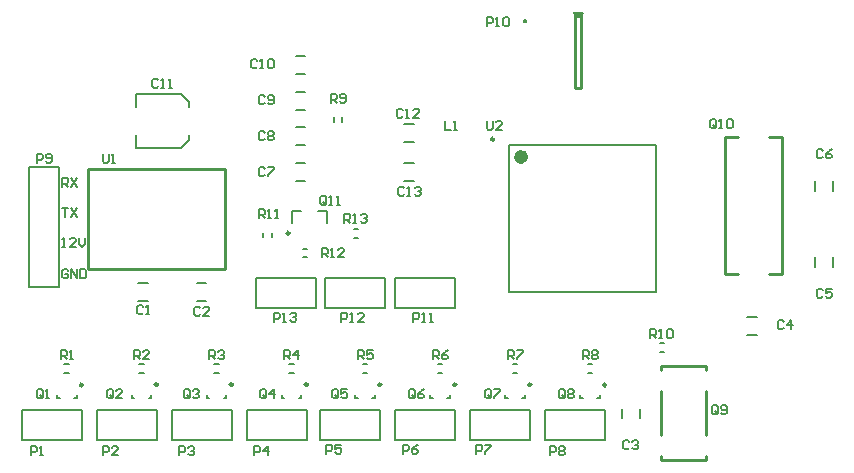
<source format=gto>
G04 Layer_Color=65535*
%FSLAX23Y23*%
%MOIN*%
G70*
G01*
G75*
%ADD25C,0.010*%
%ADD32C,0.010*%
%ADD33C,0.024*%
%ADD34C,0.008*%
%ADD35C,0.006*%
D25*
X2878Y2535D02*
G03*
X2902Y2535I13J0D01*
G01*
X1713Y1681D02*
Y2016D01*
X1257Y1681D02*
X1713D01*
X1257Y2016D02*
X1713D01*
X1257Y1681D02*
Y2016D01*
X3570Y1666D02*
Y2120D01*
X3380Y1666D02*
Y2120D01*
X3424D01*
X3526D02*
X3570D01*
X3526Y1666D02*
X3570D01*
X3380D02*
X3424D01*
X3167Y1044D02*
X3317D01*
X3167Y1359D02*
X3317D01*
X3167Y1044D02*
Y1058D01*
Y1129D02*
Y1275D01*
Y1345D02*
Y1359D01*
X3317Y1129D02*
Y1275D01*
Y1044D02*
Y1058D01*
Y1345D02*
Y1359D01*
X2878Y2535D02*
X2900D01*
X2880D02*
X2902D01*
X2880Y2285D02*
Y2535D01*
Y2285D02*
X2900D01*
Y2535D01*
D32*
X1929Y1801D02*
G03*
X1929Y1801I-5J0D01*
G01*
X2610Y2114D02*
G03*
X2610Y2114I-5J0D01*
G01*
X2984Y1295D02*
G03*
X2984Y1295I-5J0D01*
G01*
X2734Y1296D02*
G03*
X2734Y1296I-5J0D01*
G01*
X2484D02*
G03*
X2484Y1296I-5J0D01*
G01*
X2234Y1296D02*
G03*
X2234Y1296I-5J0D01*
G01*
X1989D02*
G03*
X1989Y1296I-5J0D01*
G01*
X1739Y1296D02*
G03*
X1739Y1296I-5J0D01*
G01*
X1489Y1296D02*
G03*
X1489Y1296I-5J0D01*
G01*
X1239Y1295D02*
G03*
X1239Y1295I-5J0D01*
G01*
D33*
X2712Y2055D02*
G03*
X2712Y2055I-12J0D01*
G01*
D34*
X1841Y1787D02*
Y1803D01*
X1869Y1787D02*
Y1803D01*
X2280Y1550D02*
Y1650D01*
X2480D01*
Y1550D02*
Y1650D01*
X2280Y1550D02*
X2480D01*
X2045D02*
Y1650D01*
X2245D01*
Y1550D02*
Y1650D01*
X2045Y1550D02*
X2245D01*
X1815D02*
Y1650D01*
X2015D01*
Y1550D02*
Y1650D01*
X1815Y1550D02*
X2015D01*
X2142Y1786D02*
X2157D01*
X2142Y1814D02*
X2157D01*
X2023Y1875D02*
X2054D01*
Y1836D02*
Y1875D01*
X1936D02*
X1967D01*
X1936Y1836D02*
Y1875D01*
X1972Y1721D02*
X1987D01*
X1972Y1749D02*
X1987D01*
X2661Y1606D02*
X3149D01*
X2661Y2094D02*
X3149D01*
Y1606D02*
Y2094D01*
X2661Y1606D02*
Y2094D01*
X1060Y1620D02*
X1160D01*
X1060D02*
Y2020D01*
X1160Y1620D02*
Y2020D01*
X1060D02*
X1160D01*
X3162Y1434D02*
X3178D01*
X3162Y1406D02*
X3178D01*
X2076Y2173D02*
Y2188D01*
X2104Y2173D02*
Y2188D01*
X2897Y1250D02*
X2907D01*
X2897D02*
Y1262D01*
X2954Y1250D02*
X2964D01*
Y1262D01*
X2647Y1251D02*
X2656D01*
X2647D02*
Y1263D01*
X2704Y1251D02*
X2713D01*
Y1263D01*
X2397Y1251D02*
X2406D01*
X2397D02*
Y1263D01*
X2454Y1251D02*
X2463D01*
Y1263D01*
X2147Y1251D02*
X2156D01*
X2147D02*
Y1263D01*
X2204Y1251D02*
X2213D01*
Y1263D01*
X1902Y1251D02*
X1911D01*
X1902D02*
Y1263D01*
X1959Y1251D02*
X1968D01*
Y1263D01*
X1652Y1251D02*
X1661D01*
X1652D02*
Y1263D01*
X1709Y1251D02*
X1718D01*
Y1263D01*
X1402Y1251D02*
X1411D01*
X1402D02*
Y1263D01*
X1459Y1251D02*
X1468D01*
Y1263D01*
X1152Y1250D02*
X1162D01*
X1152D02*
Y1262D01*
X1209Y1250D02*
X1219D01*
Y1262D01*
X2780Y1110D02*
Y1210D01*
X2980D01*
Y1110D02*
Y1210D01*
X2780Y1110D02*
X2980D01*
X2530D02*
Y1210D01*
X2730D01*
Y1110D02*
Y1210D01*
X2530Y1110D02*
X2730D01*
X2280D02*
Y1210D01*
X2480D01*
Y1110D02*
Y1210D01*
X2280Y1110D02*
X2480D01*
X2030D02*
Y1210D01*
X2230D01*
Y1110D02*
Y1210D01*
X2030Y1110D02*
X2230D01*
X1785D02*
Y1210D01*
X1985D01*
Y1110D02*
Y1210D01*
X1785Y1110D02*
X1985D01*
X1535D02*
Y1210D01*
X1735D01*
Y1110D02*
Y1210D01*
X1535Y1110D02*
X1735D01*
X1285D02*
Y1210D01*
X1485D01*
Y1110D02*
Y1210D01*
X1285Y1110D02*
X1485D01*
X1035D02*
Y1210D01*
X1235D01*
Y1110D02*
Y1210D01*
X1035Y1110D02*
X1235D01*
X2311Y1975D02*
X2343D01*
X2311Y2035D02*
X2343D01*
X2311Y2105D02*
X2343D01*
X2311Y2165D02*
X2343D01*
X1594Y2113D02*
Y2128D01*
X1567Y2086D02*
X1594Y2113D01*
X1567Y2264D02*
X1594Y2237D01*
Y2222D02*
Y2237D01*
X1416Y2086D02*
X1567D01*
X1416D02*
Y2128D01*
Y2222D02*
Y2264D01*
X1567D01*
X1949Y2390D02*
X1981D01*
X1949Y2330D02*
X1981D01*
X1949Y2270D02*
X1981D01*
X1949Y2210D02*
X1981D01*
X1949Y2155D02*
X1981D01*
X1949Y2095D02*
X1981D01*
X1949Y2035D02*
X1981D01*
X1949Y1975D02*
X1981D01*
X3740Y1942D02*
Y1974D01*
X3680Y1942D02*
Y1974D01*
X3680Y1689D02*
Y1721D01*
X3740Y1689D02*
Y1721D01*
X3454Y1460D02*
X3486D01*
X3454Y1520D02*
X3486D01*
X3095Y1184D02*
Y1216D01*
X3035Y1184D02*
Y1216D01*
X1619Y1575D02*
X1651D01*
X1619Y1635D02*
X1651D01*
X1424Y1635D02*
X1456D01*
X1424Y1575D02*
X1456D01*
X1178Y1364D02*
X1193D01*
X1178Y1336D02*
X1193D01*
X1428Y1364D02*
X1443D01*
X1428Y1336D02*
X1443D01*
X1677Y1364D02*
X1693D01*
X1677Y1336D02*
X1693D01*
X1928Y1364D02*
X1943D01*
X1928Y1336D02*
X1943D01*
X2172Y1364D02*
X2188D01*
X2172Y1336D02*
X2188D01*
X2422Y1364D02*
X2438D01*
X2422Y1336D02*
X2438D01*
X2672Y1364D02*
X2688D01*
X2672Y1336D02*
X2688D01*
X2922Y1364D02*
X2938D01*
X2922Y1336D02*
X2938D01*
D35*
X1305Y2065D02*
Y2040D01*
X1310Y2035D01*
X1320D01*
X1325Y2040D01*
Y2065D01*
X1335Y2035D02*
X1345D01*
X1340D01*
Y2065D01*
X1335Y2060D01*
X1825Y1850D02*
Y1880D01*
X1840D01*
X1845Y1875D01*
Y1865D01*
X1840Y1860D01*
X1825D01*
X1835D02*
X1845Y1850D01*
X1855D02*
X1865D01*
X1860D01*
Y1880D01*
X1855Y1875D01*
X1880Y1850D02*
X1890D01*
X1885D01*
Y1880D01*
X1880Y1875D01*
X2340Y1505D02*
Y1535D01*
X2355D01*
X2360Y1530D01*
Y1520D01*
X2355Y1515D01*
X2340D01*
X2370Y1505D02*
X2380D01*
X2375D01*
Y1535D01*
X2370Y1530D01*
X2395Y1505D02*
X2405D01*
X2400D01*
Y1535D01*
X2395Y1530D01*
X2100Y1505D02*
Y1535D01*
X2115D01*
X2120Y1530D01*
Y1520D01*
X2115Y1515D01*
X2100D01*
X2130Y1505D02*
X2140D01*
X2135D01*
Y1535D01*
X2130Y1530D01*
X2175Y1505D02*
X2155D01*
X2175Y1525D01*
Y1530D01*
X2170Y1535D01*
X2160D01*
X2155Y1530D01*
X1875Y1505D02*
Y1535D01*
X1890D01*
X1895Y1530D01*
Y1520D01*
X1890Y1515D01*
X1875D01*
X1905Y1505D02*
X1915D01*
X1910D01*
Y1535D01*
X1905Y1530D01*
X1930D02*
X1935Y1535D01*
X1945D01*
X1950Y1530D01*
Y1525D01*
X1945Y1520D01*
X1940D01*
X1945D01*
X1950Y1515D01*
Y1510D01*
X1945Y1505D01*
X1935D01*
X1930Y1510D01*
X2110Y1835D02*
Y1865D01*
X2125D01*
X2130Y1860D01*
Y1850D01*
X2125Y1845D01*
X2110D01*
X2120D02*
X2130Y1835D01*
X2140D02*
X2150D01*
X2145D01*
Y1865D01*
X2140Y1860D01*
X2165D02*
X2170Y1865D01*
X2180D01*
X2185Y1860D01*
Y1855D01*
X2180Y1850D01*
X2175D01*
X2180D01*
X2185Y1845D01*
Y1840D01*
X2180Y1835D01*
X2170D01*
X2165Y1840D01*
X2035Y1720D02*
Y1750D01*
X2050D01*
X2055Y1745D01*
Y1735D01*
X2050Y1730D01*
X2035D01*
X2045D02*
X2055Y1720D01*
X2065D02*
X2075D01*
X2070D01*
Y1750D01*
X2065Y1745D01*
X2110Y1720D02*
X2090D01*
X2110Y1740D01*
Y1745D01*
X2105Y1750D01*
X2095D01*
X2090Y1745D01*
X2050Y1900D02*
Y1920D01*
X2045Y1925D01*
X2035D01*
X2030Y1920D01*
Y1900D01*
X2035Y1895D01*
X2045D01*
X2040Y1905D02*
X2050Y1895D01*
X2045D02*
X2050Y1900D01*
X2060Y1895D02*
X2070D01*
X2065D01*
Y1925D01*
X2060Y1920D01*
X2085Y1895D02*
X2095D01*
X2090D01*
Y1925D01*
X2085Y1920D01*
X2585Y2175D02*
Y2150D01*
X2590Y2145D01*
X2600D01*
X2605Y2150D01*
Y2175D01*
X2635Y2145D02*
X2615D01*
X2635Y2165D01*
Y2170D01*
X2630Y2175D01*
X2620D01*
X2615Y2170D01*
X3130Y1450D02*
Y1480D01*
X3145D01*
X3150Y1475D01*
Y1465D01*
X3145Y1460D01*
X3130D01*
X3140D02*
X3150Y1450D01*
X3160D02*
X3170D01*
X3165D01*
Y1480D01*
X3160Y1475D01*
X3185D02*
X3190Y1480D01*
X3200D01*
X3205Y1475D01*
Y1455D01*
X3200Y1450D01*
X3190D01*
X3185Y1455D01*
Y1475D01*
X2065Y2235D02*
Y2265D01*
X2080D01*
X2085Y2260D01*
Y2250D01*
X2080Y2245D01*
X2065D01*
X2075D02*
X2085Y2235D01*
X2095Y2240D02*
X2100Y2235D01*
X2110D01*
X2115Y2240D01*
Y2260D01*
X2110Y2265D01*
X2100D01*
X2095Y2260D01*
Y2255D01*
X2100Y2250D01*
X2115D01*
X3350Y2155D02*
Y2175D01*
X3345Y2180D01*
X3335D01*
X3330Y2175D01*
Y2155D01*
X3335Y2150D01*
X3345D01*
X3340Y2160D02*
X3350Y2150D01*
X3345D02*
X3350Y2155D01*
X3360Y2150D02*
X3370D01*
X3365D01*
Y2180D01*
X3360Y2175D01*
X3385D02*
X3390Y2180D01*
X3400D01*
X3405Y2175D01*
Y2155D01*
X3400Y2150D01*
X3390D01*
X3385Y2155D01*
Y2175D01*
X3355Y1203D02*
Y1223D01*
X3350Y1228D01*
X3340D01*
X3335Y1223D01*
Y1203D01*
X3340Y1198D01*
X3350D01*
X3345Y1208D02*
X3355Y1198D01*
X3350D02*
X3355Y1203D01*
X3365D02*
X3370Y1198D01*
X3380D01*
X3385Y1203D01*
Y1223D01*
X3380Y1228D01*
X3370D01*
X3365Y1223D01*
Y1218D01*
X3370Y1213D01*
X3385D01*
X2845Y1255D02*
Y1275D01*
X2840Y1280D01*
X2830D01*
X2825Y1275D01*
Y1255D01*
X2830Y1250D01*
X2840D01*
X2835Y1260D02*
X2845Y1250D01*
X2840D02*
X2845Y1255D01*
X2855Y1275D02*
X2860Y1280D01*
X2870D01*
X2875Y1275D01*
Y1270D01*
X2870Y1265D01*
X2875Y1260D01*
Y1255D01*
X2870Y1250D01*
X2860D01*
X2855Y1255D01*
Y1260D01*
X2860Y1265D01*
X2855Y1270D01*
Y1275D01*
X2860Y1265D02*
X2870D01*
X2600Y1255D02*
Y1275D01*
X2595Y1280D01*
X2585D01*
X2580Y1275D01*
Y1255D01*
X2585Y1250D01*
X2595D01*
X2590Y1260D02*
X2600Y1250D01*
X2595D02*
X2600Y1255D01*
X2610Y1280D02*
X2630D01*
Y1275D01*
X2610Y1255D01*
Y1250D01*
X2345Y1255D02*
Y1275D01*
X2340Y1280D01*
X2330D01*
X2325Y1275D01*
Y1255D01*
X2330Y1250D01*
X2340D01*
X2335Y1260D02*
X2345Y1250D01*
X2340D02*
X2345Y1255D01*
X2375Y1280D02*
X2365Y1275D01*
X2355Y1265D01*
Y1255D01*
X2360Y1250D01*
X2370D01*
X2375Y1255D01*
Y1260D01*
X2370Y1265D01*
X2355D01*
X2090Y1255D02*
Y1275D01*
X2085Y1280D01*
X2075D01*
X2070Y1275D01*
Y1255D01*
X2075Y1250D01*
X2085D01*
X2080Y1260D02*
X2090Y1250D01*
X2085D02*
X2090Y1255D01*
X2120Y1280D02*
X2100D01*
Y1265D01*
X2110Y1270D01*
X2115D01*
X2120Y1265D01*
Y1255D01*
X2115Y1250D01*
X2105D01*
X2100Y1255D01*
X1850D02*
Y1275D01*
X1845Y1280D01*
X1835D01*
X1830Y1275D01*
Y1255D01*
X1835Y1250D01*
X1845D01*
X1840Y1260D02*
X1850Y1250D01*
X1845D02*
X1850Y1255D01*
X1875Y1250D02*
Y1280D01*
X1860Y1265D01*
X1880D01*
X1595Y1255D02*
Y1275D01*
X1590Y1280D01*
X1580D01*
X1575Y1275D01*
Y1255D01*
X1580Y1250D01*
X1590D01*
X1585Y1260D02*
X1595Y1250D01*
X1590D02*
X1595Y1255D01*
X1605Y1275D02*
X1610Y1280D01*
X1620D01*
X1625Y1275D01*
Y1270D01*
X1620Y1265D01*
X1615D01*
X1620D01*
X1625Y1260D01*
Y1255D01*
X1620Y1250D01*
X1610D01*
X1605Y1255D01*
X1340D02*
Y1275D01*
X1335Y1280D01*
X1325D01*
X1320Y1275D01*
Y1255D01*
X1325Y1250D01*
X1335D01*
X1330Y1260D02*
X1340Y1250D01*
X1335D02*
X1340Y1255D01*
X1370Y1250D02*
X1350D01*
X1370Y1270D01*
Y1275D01*
X1365Y1280D01*
X1355D01*
X1350Y1275D01*
X1105Y1255D02*
Y1275D01*
X1100Y1280D01*
X1090D01*
X1085Y1275D01*
Y1255D01*
X1090Y1250D01*
X1100D01*
X1095Y1260D02*
X1105Y1250D01*
X1100D02*
X1105Y1255D01*
X1115Y1250D02*
X1125D01*
X1120D01*
Y1280D01*
X1115Y1275D01*
X2585Y2490D02*
Y2520D01*
X2600D01*
X2605Y2515D01*
Y2505D01*
X2600Y2500D01*
X2585D01*
X2615Y2490D02*
X2625D01*
X2620D01*
Y2520D01*
X2615Y2515D01*
X2640D02*
X2645Y2520D01*
X2655D01*
X2660Y2515D01*
Y2495D01*
X2655Y2490D01*
X2645D01*
X2640Y2495D01*
Y2515D01*
X1085Y2035D02*
Y2065D01*
X1100D01*
X1105Y2060D01*
Y2050D01*
X1100Y2045D01*
X1085D01*
X1115Y2040D02*
X1120Y2035D01*
X1130D01*
X1135Y2040D01*
Y2060D01*
X1130Y2065D01*
X1120D01*
X1115Y2060D01*
Y2055D01*
X1120Y2050D01*
X1135D01*
X2795Y1060D02*
Y1090D01*
X2810D01*
X2815Y1085D01*
Y1075D01*
X2810Y1070D01*
X2795D01*
X2825Y1085D02*
X2830Y1090D01*
X2840D01*
X2845Y1085D01*
Y1080D01*
X2840Y1075D01*
X2845Y1070D01*
Y1065D01*
X2840Y1060D01*
X2830D01*
X2825Y1065D01*
Y1070D01*
X2830Y1075D01*
X2825Y1080D01*
Y1085D01*
X2830Y1075D02*
X2840D01*
X2550Y1065D02*
Y1095D01*
X2565D01*
X2570Y1090D01*
Y1080D01*
X2565Y1075D01*
X2550D01*
X2580Y1095D02*
X2600D01*
Y1090D01*
X2580Y1070D01*
Y1065D01*
X2305D02*
Y1095D01*
X2320D01*
X2325Y1090D01*
Y1080D01*
X2320Y1075D01*
X2305D01*
X2355Y1095D02*
X2345Y1090D01*
X2335Y1080D01*
Y1070D01*
X2340Y1065D01*
X2350D01*
X2355Y1070D01*
Y1075D01*
X2350Y1080D01*
X2335D01*
X2050Y1065D02*
Y1095D01*
X2065D01*
X2070Y1090D01*
Y1080D01*
X2065Y1075D01*
X2050D01*
X2100Y1095D02*
X2080D01*
Y1080D01*
X2090Y1085D01*
X2095D01*
X2100Y1080D01*
Y1070D01*
X2095Y1065D01*
X2085D01*
X2080Y1070D01*
X1810Y1060D02*
Y1090D01*
X1825D01*
X1830Y1085D01*
Y1075D01*
X1825Y1070D01*
X1810D01*
X1855Y1060D02*
Y1090D01*
X1840Y1075D01*
X1860D01*
X1560Y1060D02*
Y1090D01*
X1575D01*
X1580Y1085D01*
Y1075D01*
X1575Y1070D01*
X1560D01*
X1590Y1085D02*
X1595Y1090D01*
X1605D01*
X1610Y1085D01*
Y1080D01*
X1605Y1075D01*
X1600D01*
X1605D01*
X1610Y1070D01*
Y1065D01*
X1605Y1060D01*
X1595D01*
X1590Y1065D01*
X1305Y1060D02*
Y1090D01*
X1320D01*
X1325Y1085D01*
Y1075D01*
X1320Y1070D01*
X1305D01*
X1355Y1060D02*
X1335D01*
X1355Y1080D01*
Y1085D01*
X1350Y1090D01*
X1340D01*
X1335Y1085D01*
X1065Y1060D02*
Y1090D01*
X1080D01*
X1085Y1085D01*
Y1075D01*
X1080Y1070D01*
X1065D01*
X1095Y1060D02*
X1105D01*
X1100D01*
Y1090D01*
X1095Y1085D01*
X2445Y2175D02*
Y2145D01*
X2465D01*
X2475D02*
X2485D01*
X2480D01*
Y2175D01*
X2475Y2170D01*
X2310Y1950D02*
X2305Y1955D01*
X2295D01*
X2290Y1950D01*
Y1930D01*
X2295Y1925D01*
X2305D01*
X2310Y1930D01*
X2320Y1925D02*
X2330D01*
X2325D01*
Y1955D01*
X2320Y1950D01*
X2345D02*
X2350Y1955D01*
X2360D01*
X2365Y1950D01*
Y1945D01*
X2360Y1940D01*
X2355D01*
X2360D01*
X2365Y1935D01*
Y1930D01*
X2360Y1925D01*
X2350D01*
X2345Y1930D01*
X2305Y2210D02*
X2300Y2215D01*
X2290D01*
X2285Y2210D01*
Y2190D01*
X2290Y2185D01*
X2300D01*
X2305Y2190D01*
X2315Y2185D02*
X2325D01*
X2320D01*
Y2215D01*
X2315Y2210D01*
X2360Y2185D02*
X2340D01*
X2360Y2205D01*
Y2210D01*
X2355Y2215D01*
X2345D01*
X2340Y2210D01*
X1490Y2310D02*
X1485Y2315D01*
X1475D01*
X1470Y2310D01*
Y2290D01*
X1475Y2285D01*
X1485D01*
X1490Y2290D01*
X1500Y2285D02*
X1510D01*
X1505D01*
Y2315D01*
X1500Y2310D01*
X1525Y2285D02*
X1535D01*
X1530D01*
Y2315D01*
X1525Y2310D01*
X1820Y2375D02*
X1815Y2380D01*
X1805D01*
X1800Y2375D01*
Y2355D01*
X1805Y2350D01*
X1815D01*
X1820Y2355D01*
X1830Y2350D02*
X1840D01*
X1835D01*
Y2380D01*
X1830Y2375D01*
X1855D02*
X1860Y2380D01*
X1870D01*
X1875Y2375D01*
Y2355D01*
X1870Y2350D01*
X1860D01*
X1855Y2355D01*
Y2375D01*
X1845Y2255D02*
X1840Y2260D01*
X1830D01*
X1825Y2255D01*
Y2235D01*
X1830Y2230D01*
X1840D01*
X1845Y2235D01*
X1855D02*
X1860Y2230D01*
X1870D01*
X1875Y2235D01*
Y2255D01*
X1870Y2260D01*
X1860D01*
X1855Y2255D01*
Y2250D01*
X1860Y2245D01*
X1875D01*
X1845Y2135D02*
X1840Y2140D01*
X1830D01*
X1825Y2135D01*
Y2115D01*
X1830Y2110D01*
X1840D01*
X1845Y2115D01*
X1855Y2135D02*
X1860Y2140D01*
X1870D01*
X1875Y2135D01*
Y2130D01*
X1870Y2125D01*
X1875Y2120D01*
Y2115D01*
X1870Y2110D01*
X1860D01*
X1855Y2115D01*
Y2120D01*
X1860Y2125D01*
X1855Y2130D01*
Y2135D01*
X1860Y2125D02*
X1870D01*
X1845Y2015D02*
X1840Y2020D01*
X1830D01*
X1825Y2015D01*
Y1995D01*
X1830Y1990D01*
X1840D01*
X1845Y1995D01*
X1855Y2020D02*
X1875D01*
Y2015D01*
X1855Y1995D01*
Y1990D01*
X3705Y2075D02*
X3700Y2080D01*
X3690D01*
X3685Y2075D01*
Y2055D01*
X3690Y2050D01*
X3700D01*
X3705Y2055D01*
X3735Y2080D02*
X3725Y2075D01*
X3715Y2065D01*
Y2055D01*
X3720Y2050D01*
X3730D01*
X3735Y2055D01*
Y2060D01*
X3730Y2065D01*
X3715D01*
X3705Y1610D02*
X3700Y1615D01*
X3690D01*
X3685Y1610D01*
Y1590D01*
X3690Y1585D01*
X3700D01*
X3705Y1590D01*
X3735Y1615D02*
X3715D01*
Y1600D01*
X3725Y1605D01*
X3730D01*
X3735Y1600D01*
Y1590D01*
X3730Y1585D01*
X3720D01*
X3715Y1590D01*
X3575Y1505D02*
X3570Y1510D01*
X3560D01*
X3555Y1505D01*
Y1485D01*
X3560Y1480D01*
X3570D01*
X3575Y1485D01*
X3600Y1480D02*
Y1510D01*
X3585Y1495D01*
X3605D01*
X3060Y1105D02*
X3055Y1110D01*
X3045D01*
X3040Y1105D01*
Y1085D01*
X3045Y1080D01*
X3055D01*
X3060Y1085D01*
X3070Y1105D02*
X3075Y1110D01*
X3085D01*
X3090Y1105D01*
Y1100D01*
X3085Y1095D01*
X3080D01*
X3085D01*
X3090Y1090D01*
Y1085D01*
X3085Y1080D01*
X3075D01*
X3070Y1085D01*
X1630Y1550D02*
X1625Y1555D01*
X1615D01*
X1610Y1550D01*
Y1530D01*
X1615Y1525D01*
X1625D01*
X1630Y1530D01*
X1660Y1525D02*
X1640D01*
X1660Y1545D01*
Y1550D01*
X1655Y1555D01*
X1645D01*
X1640Y1550D01*
X1440Y1555D02*
X1435Y1560D01*
X1425D01*
X1420Y1555D01*
Y1535D01*
X1425Y1530D01*
X1435D01*
X1440Y1535D01*
X1450Y1530D02*
X1460D01*
X1455D01*
Y1560D01*
X1450Y1555D01*
X1165Y1380D02*
Y1410D01*
X1180D01*
X1185Y1405D01*
Y1395D01*
X1180Y1390D01*
X1165D01*
X1175D02*
X1185Y1380D01*
X1195D02*
X1205D01*
X1200D01*
Y1410D01*
X1195Y1405D01*
X1410Y1380D02*
Y1410D01*
X1425D01*
X1430Y1405D01*
Y1395D01*
X1425Y1390D01*
X1410D01*
X1420D02*
X1430Y1380D01*
X1460D02*
X1440D01*
X1460Y1400D01*
Y1405D01*
X1455Y1410D01*
X1445D01*
X1440Y1405D01*
X1660Y1380D02*
Y1410D01*
X1675D01*
X1680Y1405D01*
Y1395D01*
X1675Y1390D01*
X1660D01*
X1670D02*
X1680Y1380D01*
X1690Y1405D02*
X1695Y1410D01*
X1705D01*
X1710Y1405D01*
Y1400D01*
X1705Y1395D01*
X1700D01*
X1705D01*
X1710Y1390D01*
Y1385D01*
X1705Y1380D01*
X1695D01*
X1690Y1385D01*
X1910Y1380D02*
Y1410D01*
X1925D01*
X1930Y1405D01*
Y1395D01*
X1925Y1390D01*
X1910D01*
X1920D02*
X1930Y1380D01*
X1955D02*
Y1410D01*
X1940Y1395D01*
X1960D01*
X2155Y1380D02*
Y1410D01*
X2170D01*
X2175Y1405D01*
Y1395D01*
X2170Y1390D01*
X2155D01*
X2165D02*
X2175Y1380D01*
X2205Y1410D02*
X2185D01*
Y1395D01*
X2195Y1400D01*
X2200D01*
X2205Y1395D01*
Y1385D01*
X2200Y1380D01*
X2190D01*
X2185Y1385D01*
X2405Y1380D02*
Y1410D01*
X2420D01*
X2425Y1405D01*
Y1395D01*
X2420Y1390D01*
X2405D01*
X2415D02*
X2425Y1380D01*
X2455Y1410D02*
X2445Y1405D01*
X2435Y1395D01*
Y1385D01*
X2440Y1380D01*
X2450D01*
X2455Y1385D01*
Y1390D01*
X2450Y1395D01*
X2435D01*
X2655Y1380D02*
Y1410D01*
X2670D01*
X2675Y1405D01*
Y1395D01*
X2670Y1390D01*
X2655D01*
X2665D02*
X2675Y1380D01*
X2685Y1410D02*
X2705D01*
Y1405D01*
X2685Y1385D01*
Y1380D01*
X2905D02*
Y1410D01*
X2920D01*
X2925Y1405D01*
Y1395D01*
X2920Y1390D01*
X2905D01*
X2915D02*
X2925Y1380D01*
X2935Y1405D02*
X2940Y1410D01*
X2950D01*
X2955Y1405D01*
Y1400D01*
X2950Y1395D01*
X2955Y1390D01*
Y1385D01*
X2950Y1380D01*
X2940D01*
X2935Y1385D01*
Y1390D01*
X2940Y1395D01*
X2935Y1400D01*
Y1405D01*
X2940Y1395D02*
X2950D01*
X2710Y2505D02*
Y2510D01*
X2715D01*
Y2505D01*
X2710D01*
X1190Y1675D02*
X1185Y1680D01*
X1175D01*
X1170Y1675D01*
Y1655D01*
X1175Y1650D01*
X1185D01*
X1190Y1655D01*
Y1665D01*
X1180D01*
X1200Y1650D02*
Y1680D01*
X1220Y1650D01*
Y1680D01*
X1230D02*
Y1650D01*
X1245D01*
X1250Y1655D01*
Y1675D01*
X1245Y1680D01*
X1230D01*
X1170Y1755D02*
X1180D01*
X1175D01*
Y1785D01*
X1170Y1780D01*
X1215Y1755D02*
X1195D01*
X1215Y1775D01*
Y1780D01*
X1210Y1785D01*
X1200D01*
X1195Y1780D01*
X1225Y1785D02*
Y1765D01*
X1235Y1755D01*
X1245Y1765D01*
Y1785D01*
X1170Y1885D02*
X1190D01*
X1180D01*
Y1855D01*
X1200Y1885D02*
X1220Y1855D01*
Y1885D02*
X1200Y1855D01*
X1170Y1955D02*
Y1985D01*
X1185D01*
X1190Y1980D01*
Y1970D01*
X1185Y1965D01*
X1170D01*
X1180D02*
X1190Y1955D01*
X1200Y1985D02*
X1220Y1955D01*
Y1985D02*
X1200Y1955D01*
M02*

</source>
